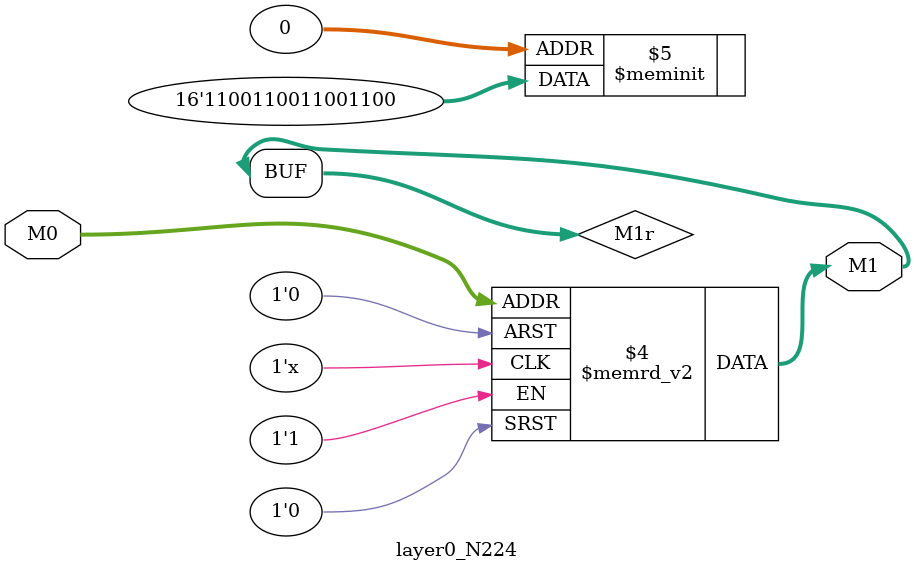
<source format=v>
module layer0_N224 ( input [2:0] M0, output [1:0] M1 );

	(*rom_style = "distributed" *) reg [1:0] M1r;
	assign M1 = M1r;
	always @ (M0) begin
		case (M0)
			3'b000: M1r = 2'b00;
			3'b100: M1r = 2'b00;
			3'b010: M1r = 2'b00;
			3'b110: M1r = 2'b00;
			3'b001: M1r = 2'b11;
			3'b101: M1r = 2'b11;
			3'b011: M1r = 2'b11;
			3'b111: M1r = 2'b11;

		endcase
	end
endmodule

</source>
